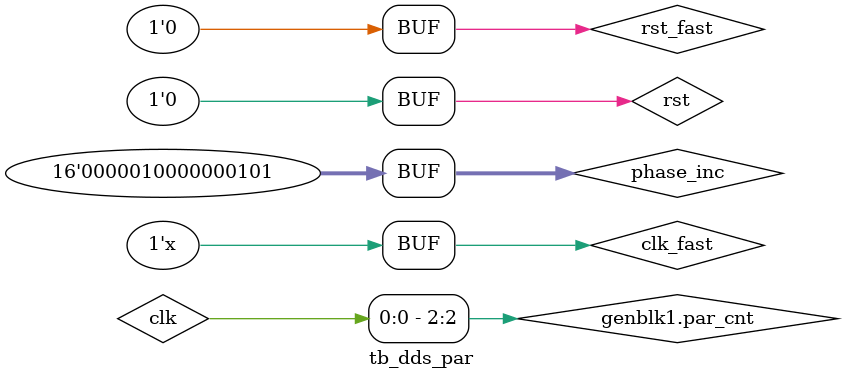
<source format=v>
`timescale 1ns / 1ps


module tb_dds_par;

localparam PHASE_WIDTH = 16;
localparam WAVE_WIDTH = 16;
localparam PARALLEL_NUM = 7;

// ports
wire clk;
reg clk_fast = 1'b0;
reg rst = 1'b1;
reg rst_fast = 1'b1;

reg [PHASE_WIDTH-1 : 0] phase_inc = 'b0;
wire [WAVE_WIDTH*PARALLEL_NUM-1 : 0] cos_wave, sin_wave;

// module instantiation
dds_par
#(
    .PHASE_WIDTH    (PHASE_WIDTH    ),
    .WAVE_WIDTH     (WAVE_WIDTH     ),
    .PARALLEL_NUM   (PARALLEL_NUM   )
) u_dds_par
(
    // clock & reset
    .clk        (clk        ),
    .rst        (rst        ),

    .phase_inc  (phase_inc  ),

    .cos_wave   (cos_wave   ),
    .sin_wave   (sin_wave   )
);

// stimulus
initial begin
    rst = 1'b1;
    rst_fast = 1'b1;
    #102;
    rst_fast = 1'b0;
    #302;
    rst = 1'b0;
    #1000
    phase_inc = 16'd1029;
end

always #5 clk_fast = ~clk_fast;

if (PARALLEL_NUM > 1) begin
    reg [$clog2(PARALLEL_NUM)-1 : 0] par_cnt = 'b0;

    always @(posedge clk_fast) begin
        if (rst_fast) begin
            par_cnt <= 'b0;
        end
        else begin
            par_cnt <= (par_cnt == PARALLEL_NUM-1) ? 'b0 : par_cnt + 1'b1;
        end
    end

    assign clk = par_cnt[$clog2(PARALLEL_NUM)-1];

    // parallel to serial
    reg [WAVE_WIDTH*PARALLEL_NUM-1 : 0] cos_wave_buf = 'b0;
    reg [WAVE_WIDTH*PARALLEL_NUM-1 : 0] sin_wave_buf = 'b0;
    reg [WAVE_WIDTH-1 : 0] cos_wave_ser = 'b0;
    reg [WAVE_WIDTH-1 : 0] sin_wave_ser = 'b0;

    always @(posedge clk_fast) begin
        if (rst_fast) begin
            cos_wave_buf <= 'b0;
            sin_wave_buf <= 'b0;
            cos_wave_ser <= 'b0;
            sin_wave_ser <= 'b0;
        end
        else begin
            if (par_cnt == PARALLEL_NUM-1) begin
                cos_wave_buf <= cos_wave;
                sin_wave_buf <= sin_wave;
            end
            else begin
                cos_wave_buf <= cos_wave_buf;
                sin_wave_buf <= sin_wave_buf;
            end

            cos_wave_ser <= cos_wave_buf[WAVE_WIDTH*par_cnt +: WAVE_WIDTH];
            sin_wave_ser <= sin_wave_buf[WAVE_WIDTH*par_cnt +: WAVE_WIDTH];
        end
    end
end
else begin
    assign clk = clk_fast;

    wire [WAVE_WIDTH-1 : 0] cos_wave_ser;
    wire [WAVE_WIDTH-1 : 0] sin_wave_ser;

    assign cos_wave_ser = cos_wave;
    assign sin_wave_ser = sin_wave;

end

endmodule

</source>
